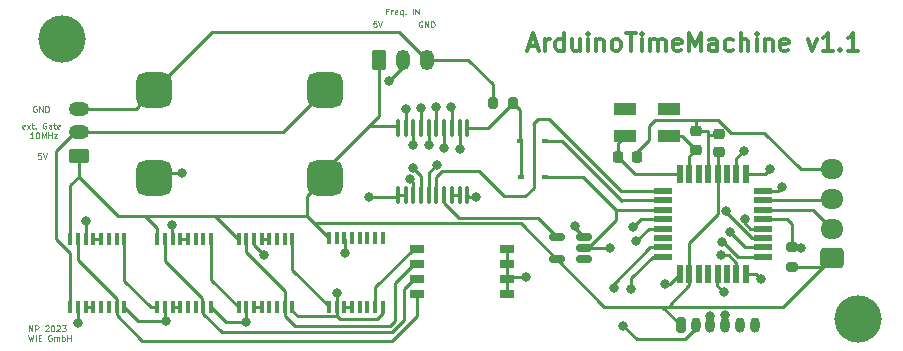
<source format=gbr>
%TF.GenerationSoftware,KiCad,Pcbnew,(6.0.7)*%
%TF.CreationDate,2023-02-24T15:08:57+01:00*%
%TF.ProjectId,freqcount,66726571-636f-4756-9e74-2e6b69636164,rev?*%
%TF.SameCoordinates,PX640f3c0PY67de938*%
%TF.FileFunction,Copper,L1,Top*%
%TF.FilePolarity,Positive*%
%FSLAX46Y46*%
G04 Gerber Fmt 4.6, Leading zero omitted, Abs format (unit mm)*
G04 Created by KiCad (PCBNEW (6.0.7)) date 2023-02-24 15:08:57*
%MOMM*%
%LPD*%
G01*
G04 APERTURE LIST*
G04 Aperture macros list*
%AMRoundRect*
0 Rectangle with rounded corners*
0 $1 Rounding radius*
0 $2 $3 $4 $5 $6 $7 $8 $9 X,Y pos of 4 corners*
0 Add a 4 corners polygon primitive as box body*
4,1,4,$2,$3,$4,$5,$6,$7,$8,$9,$2,$3,0*
0 Add four circle primitives for the rounded corners*
1,1,$1+$1,$2,$3*
1,1,$1+$1,$4,$5*
1,1,$1+$1,$6,$7*
1,1,$1+$1,$8,$9*
0 Add four rect primitives between the rounded corners*
20,1,$1+$1,$2,$3,$4,$5,0*
20,1,$1+$1,$4,$5,$6,$7,0*
20,1,$1+$1,$6,$7,$8,$9,0*
20,1,$1+$1,$8,$9,$2,$3,0*%
G04 Aperture macros list end*
%ADD10C,0.125000*%
%TA.AperFunction,NonConductor*%
%ADD11C,0.125000*%
%TD*%
%ADD12C,0.300000*%
%TA.AperFunction,NonConductor*%
%ADD13C,0.300000*%
%TD*%
%TA.AperFunction,ComponentPad*%
%ADD14RoundRect,0.250000X0.625000X-0.350000X0.625000X0.350000X-0.625000X0.350000X-0.625000X-0.350000X0*%
%TD*%
%TA.AperFunction,ComponentPad*%
%ADD15O,1.750000X1.200000*%
%TD*%
%TA.AperFunction,SMDPad,CuDef*%
%ADD16RoundRect,0.100000X0.100000X-0.637500X0.100000X0.637500X-0.100000X0.637500X-0.100000X-0.637500X0*%
%TD*%
%TA.AperFunction,SMDPad,CuDef*%
%ADD17RoundRect,0.200000X-0.275000X0.200000X-0.275000X-0.200000X0.275000X-0.200000X0.275000X0.200000X0*%
%TD*%
%TA.AperFunction,SMDPad,CuDef*%
%ADD18R,0.600000X0.450000*%
%TD*%
%TA.AperFunction,SMDPad,CuDef*%
%ADD19RoundRect,0.225000X0.250000X-0.225000X0.250000X0.225000X-0.250000X0.225000X-0.250000X-0.225000X0*%
%TD*%
%TA.AperFunction,SMDPad,CuDef*%
%ADD20RoundRect,0.200000X0.200000X0.275000X-0.200000X0.275000X-0.200000X-0.275000X0.200000X-0.275000X0*%
%TD*%
%TA.AperFunction,SMDPad,CuDef*%
%ADD21RoundRect,0.750000X-0.750000X-0.750000X0.750000X-0.750000X0.750000X0.750000X-0.750000X0.750000X0*%
%TD*%
%TA.AperFunction,SMDPad,CuDef*%
%ADD22RoundRect,0.225000X-0.225000X-0.250000X0.225000X-0.250000X0.225000X0.250000X-0.225000X0.250000X0*%
%TD*%
%TA.AperFunction,SMDPad,CuDef*%
%ADD23R,1.900000X1.100000*%
%TD*%
%TA.AperFunction,SMDPad,CuDef*%
%ADD24R,0.400000X1.000000*%
%TD*%
%TA.AperFunction,SMDPad,CuDef*%
%ADD25RoundRect,0.150000X0.512500X0.150000X-0.512500X0.150000X-0.512500X-0.150000X0.512500X-0.150000X0*%
%TD*%
%TA.AperFunction,ComponentPad*%
%ADD26RoundRect,0.250000X-0.350000X-0.625000X0.350000X-0.625000X0.350000X0.625000X-0.350000X0.625000X0*%
%TD*%
%TA.AperFunction,ComponentPad*%
%ADD27O,1.200000X1.750000*%
%TD*%
%TA.AperFunction,SMDPad,CuDef*%
%ADD28R,0.550000X1.600000*%
%TD*%
%TA.AperFunction,SMDPad,CuDef*%
%ADD29R,1.600000X0.550000*%
%TD*%
%TA.AperFunction,SMDPad,CuDef*%
%ADD30RoundRect,0.225000X-0.250000X0.225000X-0.250000X-0.225000X0.250000X-0.225000X0.250000X0.225000X0*%
%TD*%
%TA.AperFunction,ComponentPad*%
%ADD31RoundRect,0.250000X0.725000X-0.600000X0.725000X0.600000X-0.725000X0.600000X-0.725000X-0.600000X0*%
%TD*%
%TA.AperFunction,ComponentPad*%
%ADD32O,1.950000X1.700000*%
%TD*%
%TA.AperFunction,SMDPad,CuDef*%
%ADD33R,1.270000X0.760000*%
%TD*%
%TA.AperFunction,ComponentPad*%
%ADD34RoundRect,0.200000X-0.200000X-0.450000X0.200000X-0.450000X0.200000X0.450000X-0.200000X0.450000X0*%
%TD*%
%TA.AperFunction,ComponentPad*%
%ADD35O,0.800000X1.300000*%
%TD*%
%TA.AperFunction,ViaPad*%
%ADD36C,0.800000*%
%TD*%
%TA.AperFunction,ViaPad*%
%ADD37C,4.000000*%
%TD*%
%TA.AperFunction,Conductor*%
%ADD38C,0.250000*%
%TD*%
G04 APERTURE END LIST*
D10*
D11*
X1874761Y16698810D02*
X1636666Y16698810D01*
X1612857Y16460715D01*
X1636666Y16484524D01*
X1684285Y16508334D01*
X1803333Y16508334D01*
X1850952Y16484524D01*
X1874761Y16460715D01*
X1898571Y16413096D01*
X1898571Y16294048D01*
X1874761Y16246429D01*
X1850952Y16222620D01*
X1803333Y16198810D01*
X1684285Y16198810D01*
X1636666Y16222620D01*
X1612857Y16246429D01*
X2041428Y16698810D02*
X2208095Y16198810D01*
X2374761Y16698810D01*
D10*
D11*
X30284761Y27878810D02*
X30046666Y27878810D01*
X30022857Y27640715D01*
X30046666Y27664524D01*
X30094285Y27688334D01*
X30213333Y27688334D01*
X30260952Y27664524D01*
X30284761Y27640715D01*
X30308571Y27593096D01*
X30308571Y27474048D01*
X30284761Y27426429D01*
X30260952Y27402620D01*
X30213333Y27378810D01*
X30094285Y27378810D01*
X30046666Y27402620D01*
X30022857Y27426429D01*
X30451428Y27878810D02*
X30618095Y27378810D01*
X30784761Y27878810D01*
D10*
D11*
X870297Y1611310D02*
X870297Y2111310D01*
X1156011Y1611310D01*
X1156011Y2111310D01*
X1394107Y1611310D02*
X1394107Y2111310D01*
X1584583Y2111310D01*
X1632202Y2087500D01*
X1656011Y2063691D01*
X1679821Y2016072D01*
X1679821Y1944643D01*
X1656011Y1897024D01*
X1632202Y1873215D01*
X1584583Y1849405D01*
X1394107Y1849405D01*
X2251250Y2063691D02*
X2275059Y2087500D01*
X2322678Y2111310D01*
X2441726Y2111310D01*
X2489345Y2087500D01*
X2513154Y2063691D01*
X2536964Y2016072D01*
X2536964Y1968453D01*
X2513154Y1897024D01*
X2227440Y1611310D01*
X2536964Y1611310D01*
X2846488Y2111310D02*
X2894107Y2111310D01*
X2941726Y2087500D01*
X2965535Y2063691D01*
X2989345Y2016072D01*
X3013154Y1920834D01*
X3013154Y1801786D01*
X2989345Y1706548D01*
X2965535Y1658929D01*
X2941726Y1635120D01*
X2894107Y1611310D01*
X2846488Y1611310D01*
X2798869Y1635120D01*
X2775059Y1658929D01*
X2751250Y1706548D01*
X2727440Y1801786D01*
X2727440Y1920834D01*
X2751250Y2016072D01*
X2775059Y2063691D01*
X2798869Y2087500D01*
X2846488Y2111310D01*
X3203630Y2063691D02*
X3227440Y2087500D01*
X3275059Y2111310D01*
X3394107Y2111310D01*
X3441726Y2087500D01*
X3465535Y2063691D01*
X3489345Y2016072D01*
X3489345Y1968453D01*
X3465535Y1897024D01*
X3179821Y1611310D01*
X3489345Y1611310D01*
X3656011Y2111310D02*
X3965535Y2111310D01*
X3798869Y1920834D01*
X3870297Y1920834D01*
X3917916Y1897024D01*
X3941726Y1873215D01*
X3965535Y1825596D01*
X3965535Y1706548D01*
X3941726Y1658929D01*
X3917916Y1635120D01*
X3870297Y1611310D01*
X3727440Y1611310D01*
X3679821Y1635120D01*
X3656011Y1658929D01*
X822678Y1306310D02*
X941726Y806310D01*
X1036964Y1163453D01*
X1132202Y806310D01*
X1251250Y1306310D01*
X1441726Y806310D02*
X1441726Y1306310D01*
X1679821Y1068215D02*
X1846488Y1068215D01*
X1917916Y806310D02*
X1679821Y806310D01*
X1679821Y1306310D01*
X1917916Y1306310D01*
X2775059Y1282500D02*
X2727440Y1306310D01*
X2656011Y1306310D01*
X2584583Y1282500D01*
X2536964Y1234881D01*
X2513154Y1187262D01*
X2489345Y1092024D01*
X2489345Y1020596D01*
X2513154Y925358D01*
X2536964Y877739D01*
X2584583Y830120D01*
X2656011Y806310D01*
X2703630Y806310D01*
X2775059Y830120D01*
X2798869Y853929D01*
X2798869Y1020596D01*
X2703630Y1020596D01*
X3013154Y806310D02*
X3013154Y1139643D01*
X3013154Y1092024D02*
X3036964Y1115834D01*
X3084583Y1139643D01*
X3156011Y1139643D01*
X3203630Y1115834D01*
X3227440Y1068215D01*
X3227440Y806310D01*
X3227440Y1068215D02*
X3251250Y1115834D01*
X3298869Y1139643D01*
X3370297Y1139643D01*
X3417916Y1115834D01*
X3441726Y1068215D01*
X3441726Y806310D01*
X3679821Y806310D02*
X3679821Y1306310D01*
X3679821Y1115834D02*
X3727440Y1139643D01*
X3822678Y1139643D01*
X3870297Y1115834D01*
X3894107Y1092024D01*
X3917916Y1044405D01*
X3917916Y901548D01*
X3894107Y853929D01*
X3870297Y830120D01*
X3822678Y806310D01*
X3727440Y806310D01*
X3679821Y830120D01*
X4132202Y806310D02*
X4132202Y1306310D01*
X4132202Y1068215D02*
X4417916Y1068215D01*
X4417916Y806310D02*
X4417916Y1306310D01*
D10*
D11*
X516666Y18795120D02*
X469047Y18771310D01*
X373809Y18771310D01*
X326190Y18795120D01*
X302380Y18842739D01*
X302380Y19033215D01*
X326190Y19080834D01*
X373809Y19104643D01*
X469047Y19104643D01*
X516666Y19080834D01*
X540476Y19033215D01*
X540476Y18985596D01*
X302380Y18937977D01*
X707142Y18771310D02*
X969047Y19104643D01*
X707142Y19104643D02*
X969047Y18771310D01*
X1088095Y19104643D02*
X1278571Y19104643D01*
X1159523Y19271310D02*
X1159523Y18842739D01*
X1183333Y18795120D01*
X1230952Y18771310D01*
X1278571Y18771310D01*
X1445238Y18818929D02*
X1469047Y18795120D01*
X1445238Y18771310D01*
X1421428Y18795120D01*
X1445238Y18818929D01*
X1445238Y18771310D01*
X2326190Y19247500D02*
X2278571Y19271310D01*
X2207142Y19271310D01*
X2135714Y19247500D01*
X2088095Y19199881D01*
X2064285Y19152262D01*
X2040476Y19057024D01*
X2040476Y18985596D01*
X2064285Y18890358D01*
X2088095Y18842739D01*
X2135714Y18795120D01*
X2207142Y18771310D01*
X2254761Y18771310D01*
X2326190Y18795120D01*
X2350000Y18818929D01*
X2350000Y18985596D01*
X2254761Y18985596D01*
X2778571Y18771310D02*
X2778571Y19033215D01*
X2754761Y19080834D01*
X2707142Y19104643D01*
X2611904Y19104643D01*
X2564285Y19080834D01*
X2778571Y18795120D02*
X2730952Y18771310D01*
X2611904Y18771310D01*
X2564285Y18795120D01*
X2540476Y18842739D01*
X2540476Y18890358D01*
X2564285Y18937977D01*
X2611904Y18961786D01*
X2730952Y18961786D01*
X2778571Y18985596D01*
X2945238Y19104643D02*
X3135714Y19104643D01*
X3016666Y19271310D02*
X3016666Y18842739D01*
X3040476Y18795120D01*
X3088095Y18771310D01*
X3135714Y18771310D01*
X3492857Y18795120D02*
X3445238Y18771310D01*
X3350000Y18771310D01*
X3302380Y18795120D01*
X3278571Y18842739D01*
X3278571Y19033215D01*
X3302380Y19080834D01*
X3350000Y19104643D01*
X3445238Y19104643D01*
X3492857Y19080834D01*
X3516666Y19033215D01*
X3516666Y18985596D01*
X3278571Y18937977D01*
X1254761Y17966310D02*
X969047Y17966310D01*
X1111904Y17966310D02*
X1111904Y18466310D01*
X1064285Y18394881D01*
X1016666Y18347262D01*
X969047Y18323453D01*
X1564285Y18466310D02*
X1611904Y18466310D01*
X1659523Y18442500D01*
X1683333Y18418691D01*
X1707142Y18371072D01*
X1730952Y18275834D01*
X1730952Y18156786D01*
X1707142Y18061548D01*
X1683333Y18013929D01*
X1659523Y17990120D01*
X1611904Y17966310D01*
X1564285Y17966310D01*
X1516666Y17990120D01*
X1492857Y18013929D01*
X1469047Y18061548D01*
X1445238Y18156786D01*
X1445238Y18275834D01*
X1469047Y18371072D01*
X1492857Y18418691D01*
X1516666Y18442500D01*
X1564285Y18466310D01*
X1945238Y17966310D02*
X1945238Y18466310D01*
X2111904Y18109167D01*
X2278571Y18466310D01*
X2278571Y17966310D01*
X2516666Y17966310D02*
X2516666Y18466310D01*
X2516666Y18228215D02*
X2802380Y18228215D01*
X2802380Y17966310D02*
X2802380Y18466310D01*
X2992857Y18299643D02*
X3254761Y18299643D01*
X2992857Y17966310D01*
X3254761Y17966310D01*
D12*
D13*
X43201428Y25800000D02*
X43915714Y25800000D01*
X43058571Y25371429D02*
X43558571Y26871429D01*
X44058571Y25371429D01*
X44558571Y25371429D02*
X44558571Y26371429D01*
X44558571Y26085715D02*
X44630000Y26228572D01*
X44701428Y26300000D01*
X44844285Y26371429D01*
X44987142Y26371429D01*
X46130000Y25371429D02*
X46130000Y26871429D01*
X46130000Y25442858D02*
X45987142Y25371429D01*
X45701428Y25371429D01*
X45558571Y25442858D01*
X45487142Y25514286D01*
X45415714Y25657143D01*
X45415714Y26085715D01*
X45487142Y26228572D01*
X45558571Y26300000D01*
X45701428Y26371429D01*
X45987142Y26371429D01*
X46130000Y26300000D01*
X47487142Y26371429D02*
X47487142Y25371429D01*
X46844285Y26371429D02*
X46844285Y25585715D01*
X46915714Y25442858D01*
X47058571Y25371429D01*
X47272857Y25371429D01*
X47415714Y25442858D01*
X47487142Y25514286D01*
X48201428Y25371429D02*
X48201428Y26371429D01*
X48201428Y26871429D02*
X48130000Y26800000D01*
X48201428Y26728572D01*
X48272857Y26800000D01*
X48201428Y26871429D01*
X48201428Y26728572D01*
X48915714Y26371429D02*
X48915714Y25371429D01*
X48915714Y26228572D02*
X48987142Y26300000D01*
X49130000Y26371429D01*
X49344285Y26371429D01*
X49487142Y26300000D01*
X49558571Y26157143D01*
X49558571Y25371429D01*
X50487142Y25371429D02*
X50344285Y25442858D01*
X50272857Y25514286D01*
X50201428Y25657143D01*
X50201428Y26085715D01*
X50272857Y26228572D01*
X50344285Y26300000D01*
X50487142Y26371429D01*
X50701428Y26371429D01*
X50844285Y26300000D01*
X50915714Y26228572D01*
X50987142Y26085715D01*
X50987142Y25657143D01*
X50915714Y25514286D01*
X50844285Y25442858D01*
X50701428Y25371429D01*
X50487142Y25371429D01*
X51415714Y26871429D02*
X52272857Y26871429D01*
X51844285Y25371429D02*
X51844285Y26871429D01*
X52772857Y25371429D02*
X52772857Y26371429D01*
X52772857Y26871429D02*
X52701428Y26800000D01*
X52772857Y26728572D01*
X52844285Y26800000D01*
X52772857Y26871429D01*
X52772857Y26728572D01*
X53487142Y25371429D02*
X53487142Y26371429D01*
X53487142Y26228572D02*
X53558571Y26300000D01*
X53701428Y26371429D01*
X53915714Y26371429D01*
X54058571Y26300000D01*
X54130000Y26157143D01*
X54130000Y25371429D01*
X54130000Y26157143D02*
X54201428Y26300000D01*
X54344285Y26371429D01*
X54558571Y26371429D01*
X54701428Y26300000D01*
X54772857Y26157143D01*
X54772857Y25371429D01*
X56058571Y25442858D02*
X55915714Y25371429D01*
X55630000Y25371429D01*
X55487142Y25442858D01*
X55415714Y25585715D01*
X55415714Y26157143D01*
X55487142Y26300000D01*
X55630000Y26371429D01*
X55915714Y26371429D01*
X56058571Y26300000D01*
X56130000Y26157143D01*
X56130000Y26014286D01*
X55415714Y25871429D01*
X56772857Y25371429D02*
X56772857Y26871429D01*
X57272857Y25800000D01*
X57772857Y26871429D01*
X57772857Y25371429D01*
X59130000Y25371429D02*
X59130000Y26157143D01*
X59058571Y26300000D01*
X58915714Y26371429D01*
X58630000Y26371429D01*
X58487142Y26300000D01*
X59130000Y25442858D02*
X58987142Y25371429D01*
X58630000Y25371429D01*
X58487142Y25442858D01*
X58415714Y25585715D01*
X58415714Y25728572D01*
X58487142Y25871429D01*
X58630000Y25942858D01*
X58987142Y25942858D01*
X59130000Y26014286D01*
X60487142Y25442858D02*
X60344285Y25371429D01*
X60058571Y25371429D01*
X59915714Y25442858D01*
X59844285Y25514286D01*
X59772857Y25657143D01*
X59772857Y26085715D01*
X59844285Y26228572D01*
X59915714Y26300000D01*
X60058571Y26371429D01*
X60344285Y26371429D01*
X60487142Y26300000D01*
X61130000Y25371429D02*
X61130000Y26871429D01*
X61772857Y25371429D02*
X61772857Y26157143D01*
X61701428Y26300000D01*
X61558571Y26371429D01*
X61344285Y26371429D01*
X61201428Y26300000D01*
X61130000Y26228572D01*
X62487142Y25371429D02*
X62487142Y26371429D01*
X62487142Y26871429D02*
X62415714Y26800000D01*
X62487142Y26728572D01*
X62558571Y26800000D01*
X62487142Y26871429D01*
X62487142Y26728572D01*
X63201428Y26371429D02*
X63201428Y25371429D01*
X63201428Y26228572D02*
X63272857Y26300000D01*
X63415714Y26371429D01*
X63630000Y26371429D01*
X63772857Y26300000D01*
X63844285Y26157143D01*
X63844285Y25371429D01*
X65130000Y25442858D02*
X64987142Y25371429D01*
X64701428Y25371429D01*
X64558571Y25442858D01*
X64487142Y25585715D01*
X64487142Y26157143D01*
X64558571Y26300000D01*
X64701428Y26371429D01*
X64987142Y26371429D01*
X65130000Y26300000D01*
X65201428Y26157143D01*
X65201428Y26014286D01*
X64487142Y25871429D01*
X66844285Y26371429D02*
X67201428Y25371429D01*
X67558571Y26371429D01*
X68915714Y25371429D02*
X68058571Y25371429D01*
X68487142Y25371429D02*
X68487142Y26871429D01*
X68344285Y26657143D01*
X68201428Y26514286D01*
X68058571Y26442858D01*
X69558571Y25514286D02*
X69630000Y25442858D01*
X69558571Y25371429D01*
X69487142Y25442858D01*
X69558571Y25514286D01*
X69558571Y25371429D01*
X71058571Y25371429D02*
X70201428Y25371429D01*
X70630000Y25371429D02*
X70630000Y26871429D01*
X70487142Y26657143D01*
X70344285Y26514286D01*
X70201428Y26442858D01*
D10*
D11*
X34159047Y27845000D02*
X34111428Y27868810D01*
X34040000Y27868810D01*
X33968571Y27845000D01*
X33920952Y27797381D01*
X33897142Y27749762D01*
X33873333Y27654524D01*
X33873333Y27583096D01*
X33897142Y27487858D01*
X33920952Y27440239D01*
X33968571Y27392620D01*
X34040000Y27368810D01*
X34087619Y27368810D01*
X34159047Y27392620D01*
X34182857Y27416429D01*
X34182857Y27583096D01*
X34087619Y27583096D01*
X34397142Y27368810D02*
X34397142Y27868810D01*
X34682857Y27368810D01*
X34682857Y27868810D01*
X34920952Y27368810D02*
X34920952Y27868810D01*
X35040000Y27868810D01*
X35111428Y27845000D01*
X35159047Y27797381D01*
X35182857Y27749762D01*
X35206666Y27654524D01*
X35206666Y27583096D01*
X35182857Y27487858D01*
X35159047Y27440239D01*
X35111428Y27392620D01*
X35040000Y27368810D01*
X34920952Y27368810D01*
D10*
D11*
X31285714Y28710715D02*
X31119047Y28710715D01*
X31119047Y28448810D02*
X31119047Y28948810D01*
X31357142Y28948810D01*
X31547619Y28448810D02*
X31547619Y28782143D01*
X31547619Y28686905D02*
X31571428Y28734524D01*
X31595238Y28758334D01*
X31642857Y28782143D01*
X31690476Y28782143D01*
X32047619Y28472620D02*
X32000000Y28448810D01*
X31904761Y28448810D01*
X31857142Y28472620D01*
X31833333Y28520239D01*
X31833333Y28710715D01*
X31857142Y28758334D01*
X31904761Y28782143D01*
X32000000Y28782143D01*
X32047619Y28758334D01*
X32071428Y28710715D01*
X32071428Y28663096D01*
X31833333Y28615477D01*
X32500000Y28782143D02*
X32500000Y28282143D01*
X32500000Y28472620D02*
X32452380Y28448810D01*
X32357142Y28448810D01*
X32309523Y28472620D01*
X32285714Y28496429D01*
X32261904Y28544048D01*
X32261904Y28686905D01*
X32285714Y28734524D01*
X32309523Y28758334D01*
X32357142Y28782143D01*
X32452380Y28782143D01*
X32500000Y28758334D01*
X32738095Y28496429D02*
X32761904Y28472620D01*
X32738095Y28448810D01*
X32714285Y28472620D01*
X32738095Y28496429D01*
X32738095Y28448810D01*
X33357142Y28448810D02*
X33357142Y28948810D01*
X33595238Y28448810D02*
X33595238Y28948810D01*
X33880952Y28448810D01*
X33880952Y28948810D01*
D10*
D11*
X1509047Y20665000D02*
X1461428Y20688810D01*
X1390000Y20688810D01*
X1318571Y20665000D01*
X1270952Y20617381D01*
X1247142Y20569762D01*
X1223333Y20474524D01*
X1223333Y20403096D01*
X1247142Y20307858D01*
X1270952Y20260239D01*
X1318571Y20212620D01*
X1390000Y20188810D01*
X1437619Y20188810D01*
X1509047Y20212620D01*
X1532857Y20236429D01*
X1532857Y20403096D01*
X1437619Y20403096D01*
X1747142Y20188810D02*
X1747142Y20688810D01*
X2032857Y20188810D01*
X2032857Y20688810D01*
X2270952Y20188810D02*
X2270952Y20688810D01*
X2390000Y20688810D01*
X2461428Y20665000D01*
X2509047Y20617381D01*
X2532857Y20569762D01*
X2556666Y20474524D01*
X2556666Y20403096D01*
X2532857Y20307858D01*
X2509047Y20260239D01*
X2461428Y20212620D01*
X2390000Y20188810D01*
X2270952Y20188810D01*
D14*
%TO.P,J1,1,Pin_1*%
%TO.N,+5V*%
X5070000Y16480000D03*
D15*
%TO.P,J1,2,Pin_2*%
%TO.N,Net-(J1-Pad2)*%
X5070000Y18480000D03*
%TO.P,J1,3,Pin_3*%
%TO.N,GND*%
X5070000Y20480000D03*
%TD*%
D16*
%TO.P,U6,1,CKLA*%
%TO.N,Net-(J2-Pad2)*%
X32125000Y13127500D03*
%TO.P,U6,2,CLKB*%
X32775000Y13127500D03*
%TO.P,U6,3,~{GAL}*%
%TO.N,GAL*%
X33425000Y13127500D03*
%TO.P,U6,4,~{GAU}*%
%TO.N,GAU*%
X34075000Y13127500D03*
%TO.P,U6,5,~{GBL}*%
%TO.N,GBL*%
X34725000Y13127500D03*
%TO.P,U6,6,~{GBU}*%
%TO.N,GBU*%
X35375000Y13127500D03*
%TO.P,U6,7,RCLK*%
%TO.N,Net-(U6-Pad7)*%
X36025000Y13127500D03*
%TO.P,U6,8,~{RCOA}*%
%TO.N,Net-(U6-Pad8)*%
X36675000Y13127500D03*
%TO.P,U6,9,~{CLKBEN}*%
X37325000Y13127500D03*
%TO.P,U6,10,GND*%
%TO.N,GND*%
X37975000Y13127500D03*
%TO.P,U6,11,~{CCLR}*%
%TO.N,Net-(D1-Pad1)*%
X37975000Y18852500D03*
%TO.P,U6,12,Y7*%
%TO.N,Net-(U5-Pad13)*%
X37325000Y18852500D03*
%TO.P,U6,13,Y6*%
%TO.N,Net-(U5-Pad12)*%
X36675000Y18852500D03*
%TO.P,U6,14,Y5*%
%TO.N,Net-(U5-Pad28)*%
X36025000Y18852500D03*
%TO.P,U6,15,Y4*%
%TO.N,Net-(U5-Pad27)*%
X35375000Y18852500D03*
%TO.P,U6,16,Y3*%
%TO.N,Net-(U5-Pad26)*%
X34725000Y18852500D03*
%TO.P,U6,17,Y2*%
%TO.N,Net-(U5-Pad25)*%
X34075000Y18852500D03*
%TO.P,U6,18,Y1*%
%TO.N,Net-(U5-Pad24)*%
X33425000Y18852500D03*
%TO.P,U6,19,Y0*%
%TO.N,Net-(U5-Pad23)*%
X32775000Y18852500D03*
%TO.P,U6,20,VCC*%
%TO.N,+5V*%
X32125000Y18852500D03*
%TD*%
D17*
%TO.P,R2,1*%
%TO.N,/Reset*%
X65460000Y8740000D03*
%TO.P,R2,2*%
%TO.N,+5V*%
X65460000Y7090000D03*
%TD*%
D18*
%TO.P,D1,1,K*%
%TO.N,Net-(D1-Pad1)*%
X42490000Y14690000D03*
%TO.P,D1,2,A*%
%TO.N,Net-(D1-Pad2)*%
X44590000Y14690000D03*
%TD*%
%TO.P,D2,1,K*%
%TO.N,Net-(D1-Pad1)*%
X42440000Y17760000D03*
%TO.P,D2,2,A*%
%TO.N,Net-(D2-Pad2)*%
X44540000Y17760000D03*
%TD*%
D19*
%TO.P,C2,1*%
%TO.N,Net-(C2-Pad1)*%
X57310000Y16995000D03*
%TO.P,C2,2*%
%TO.N,GND*%
X57310000Y18545000D03*
%TD*%
D20*
%TO.P,R1,1*%
%TO.N,Net-(D1-Pad1)*%
X41830000Y20930000D03*
%TO.P,R1,2*%
%TO.N,GND*%
X40180000Y20930000D03*
%TD*%
D21*
%TO.P,QA1,1,GND*%
%TO.N,GND*%
X11470000Y22050000D03*
%TO.P,QA1,2,GND*%
X11470000Y14620000D03*
%TO.P,QA1,3,Out*%
%TO.N,Net-(J1-Pad2)*%
X25910000Y22050000D03*
%TO.P,QA1,4,VCC*%
%TO.N,+5V*%
X25910000Y14620000D03*
%TD*%
D22*
%TO.P,C1,1*%
%TO.N,Net-(C1-Pad1)*%
X50760000Y16385000D03*
%TO.P,C1,2*%
%TO.N,GND*%
X52310000Y16385000D03*
%TD*%
D23*
%TO.P,Y1,1,1*%
%TO.N,Net-(C1-Pad1)*%
X51340000Y18170000D03*
%TO.P,Y1,2,2*%
%TO.N,Net-(C2-Pad1)*%
X55040000Y18170000D03*
%TO.P,Y1,3*%
%TO.N,N/C*%
X55040000Y20470000D03*
%TO.P,Y1,4*%
X51340000Y20470000D03*
%TD*%
D24*
%TO.P,U2,1,~{CP0}*%
%TO.N,Net-(U1-Pad9)*%
X11735000Y3650000D03*
%TO.P,U2,2,MR*%
%TO.N,GND*%
X12385000Y3650000D03*
%TO.P,U2,3,Q0*%
%TO.N,Net-(U2-Pad3)*%
X13035000Y3650000D03*
%TO.P,U2,4,~{CP1}*%
X13685000Y3650000D03*
%TO.P,U2,5,Q1*%
%TO.N,unconnected-(U2-Pad5)*%
X14335000Y3650000D03*
%TO.P,U2,6,Q2*%
%TO.N,unconnected-(U2-Pad6)*%
X14985000Y3650000D03*
%TO.P,U2,7,Q3*%
%TO.N,Net-(SW1-Pad3)*%
X15635000Y3650000D03*
%TO.P,U2,8,GND*%
%TO.N,GND*%
X16285000Y3650000D03*
%TO.P,U2,9,Q3*%
%TO.N,Net-(U2-Pad9)*%
X16285000Y9450000D03*
%TO.P,U2,10,Q2*%
%TO.N,unconnected-(U2-Pad10)*%
X15635000Y9450000D03*
%TO.P,U2,11,Q1*%
%TO.N,unconnected-(U2-Pad11)*%
X14985000Y9450000D03*
%TO.P,U2,12,~{CP1}*%
%TO.N,Net-(U2-Pad12)*%
X14335000Y9450000D03*
%TO.P,U2,13,Q0*%
X13685000Y9450000D03*
%TO.P,U2,14,MR*%
%TO.N,GND*%
X13035000Y9450000D03*
%TO.P,U2,15,~{CP0}*%
%TO.N,Net-(SW1-Pad3)*%
X12385000Y9450000D03*
%TO.P,U2,16,VCC*%
%TO.N,+5V*%
X11735000Y9450000D03*
%TD*%
D25*
%TO.P,U7,1*%
%TO.N,N/C*%
X47827500Y7720000D03*
%TO.P,U7,2*%
%TO.N,Net-(D1-Pad2)*%
X47827500Y8670000D03*
%TO.P,U7,3,GND*%
%TO.N,GND*%
X47827500Y9620000D03*
%TO.P,U7,4*%
%TO.N,Net-(U6-Pad7)*%
X45552500Y9620000D03*
%TO.P,U7,5,VCC*%
%TO.N,+5V*%
X45552500Y7720000D03*
%TD*%
D24*
%TO.P,U1,1,~{CP0}*%
%TO.N,Net-(J1-Pad2)*%
X4385000Y3670000D03*
%TO.P,U1,2,MR*%
%TO.N,GND*%
X5035000Y3670000D03*
%TO.P,U1,3,Q0*%
%TO.N,Net-(U1-Pad3)*%
X5685000Y3670000D03*
%TO.P,U1,4,~{CP1}*%
X6335000Y3670000D03*
%TO.P,U1,5,Q1*%
%TO.N,unconnected-(U1-Pad5)*%
X6985000Y3670000D03*
%TO.P,U1,6,Q2*%
%TO.N,unconnected-(U1-Pad6)*%
X7635000Y3670000D03*
%TO.P,U1,7,Q3*%
%TO.N,Net-(SW1-Pad4)*%
X8285000Y3670000D03*
%TO.P,U1,8,GND*%
%TO.N,GND*%
X8935000Y3670000D03*
%TO.P,U1,9,Q3*%
%TO.N,Net-(U1-Pad9)*%
X8935000Y9470000D03*
%TO.P,U1,10,Q2*%
%TO.N,unconnected-(U1-Pad10)*%
X8285000Y9470000D03*
%TO.P,U1,11,Q1*%
%TO.N,unconnected-(U1-Pad11)*%
X7635000Y9470000D03*
%TO.P,U1,12,~{CP1}*%
%TO.N,Net-(U1-Pad12)*%
X6985000Y9470000D03*
%TO.P,U1,13,Q0*%
X6335000Y9470000D03*
%TO.P,U1,14,MR*%
%TO.N,GND*%
X5685000Y9470000D03*
%TO.P,U1,15,~{CP0}*%
%TO.N,Net-(SW1-Pad4)*%
X5035000Y9470000D03*
%TO.P,U1,16,VCC*%
%TO.N,+5V*%
X4385000Y9470000D03*
%TD*%
D26*
%TO.P,J2,1,Pin_1*%
%TO.N,+5V*%
X30540000Y24630000D03*
D27*
%TO.P,J2,2,Pin_2*%
%TO.N,Net-(J2-Pad2)*%
X32540000Y24630000D03*
%TO.P,J2,3,Pin_3*%
%TO.N,GND*%
X34540000Y24630000D03*
%TD*%
D28*
%TO.P,U5,1,PD3*%
%TO.N,GAU*%
X61570000Y14970000D03*
%TO.P,U5,2,PD4*%
%TO.N,GBL*%
X60770000Y14970000D03*
%TO.P,U5,3,PE0*%
%TO.N,unconnected-(U5-Pad3)*%
X59970000Y14970000D03*
%TO.P,U5,4,VCC*%
%TO.N,+5V*%
X59170000Y14970000D03*
%TO.P,U5,5,GND*%
%TO.N,GND*%
X58370000Y14970000D03*
%TO.P,U5,6,PE1*%
%TO.N,unconnected-(U5-Pad6)*%
X57570000Y14970000D03*
%TO.P,U5,7,XTAL1/PB6*%
%TO.N,Net-(C2-Pad1)*%
X56770000Y14970000D03*
%TO.P,U5,8,XTAL2/PB7*%
%TO.N,Net-(C1-Pad1)*%
X55970000Y14970000D03*
D29*
%TO.P,U5,9,PD5*%
%TO.N,GBU*%
X54520000Y13520000D03*
%TO.P,U5,10,PD6*%
%TO.N,Net-(D2-Pad2)*%
X54520000Y12720000D03*
%TO.P,U5,11,PD7*%
%TO.N,Net-(D1-Pad2)*%
X54520000Y11920000D03*
%TO.P,U5,12,PB0*%
%TO.N,Net-(U5-Pad12)*%
X54520000Y11120000D03*
%TO.P,U5,13,PB1*%
%TO.N,Net-(U5-Pad13)*%
X54520000Y10320000D03*
%TO.P,U5,14,PB2*%
%TO.N,unconnected-(U5-Pad14)*%
X54520000Y9520000D03*
%TO.P,U5,15,PB3*%
%TO.N,Net-(J4-Pad2)*%
X54520000Y8720000D03*
%TO.P,U5,16,PB4*%
%TO.N,Net-(J4-Pad4)*%
X54520000Y7920000D03*
D28*
%TO.P,U5,17,PB5*%
%TO.N,Net-(J4-Pad5)*%
X55970000Y6470000D03*
%TO.P,U5,18,AVCC*%
%TO.N,+5V*%
X56770000Y6470000D03*
%TO.P,U5,19,PE2*%
%TO.N,unconnected-(U5-Pad19)*%
X57570000Y6470000D03*
%TO.P,U5,20,AREF*%
%TO.N,unconnected-(U5-Pad20)*%
X58370000Y6470000D03*
%TO.P,U5,21,GND*%
%TO.N,GND*%
X59170000Y6470000D03*
%TO.P,U5,22,PE3*%
%TO.N,unconnected-(U5-Pad22)*%
X59970000Y6470000D03*
%TO.P,U5,23,PC0*%
%TO.N,Net-(U5-Pad23)*%
X60770000Y6470000D03*
%TO.P,U5,24,PC1*%
%TO.N,Net-(U5-Pad24)*%
X61570000Y6470000D03*
D29*
%TO.P,U5,25,PC2*%
%TO.N,Net-(U5-Pad25)*%
X63020000Y7920000D03*
%TO.P,U5,26,PC3*%
%TO.N,Net-(U5-Pad26)*%
X63020000Y8720000D03*
%TO.P,U5,27,PC4*%
%TO.N,Net-(U5-Pad27)*%
X63020000Y9520000D03*
%TO.P,U5,28,PC5*%
%TO.N,Net-(U5-Pad28)*%
X63020000Y10320000D03*
%TO.P,U5,29,~{RESET}/PC6*%
%TO.N,/Reset*%
X63020000Y11120000D03*
%TO.P,U5,30,PD0*%
%TO.N,Net-(J3-Pad2)*%
X63020000Y11920000D03*
%TO.P,U5,31,PD1*%
%TO.N,Net-(J3-Pad3)*%
X63020000Y12720000D03*
%TO.P,U5,32,PD2*%
%TO.N,GAL*%
X63020000Y13520000D03*
%TD*%
D24*
%TO.P,U3,1,~{CP0}*%
%TO.N,Net-(U2-Pad9)*%
X18615000Y3660000D03*
%TO.P,U3,2,MR*%
%TO.N,GND*%
X19265000Y3660000D03*
%TO.P,U3,3,Q0*%
%TO.N,Net-(U3-Pad3)*%
X19915000Y3660000D03*
%TO.P,U3,4,~{CP1}*%
X20565000Y3660000D03*
%TO.P,U3,5,Q1*%
%TO.N,unconnected-(U3-Pad5)*%
X21215000Y3660000D03*
%TO.P,U3,6,Q2*%
%TO.N,unconnected-(U3-Pad6)*%
X21865000Y3660000D03*
%TO.P,U3,7,Q3*%
%TO.N,Net-(SW1-Pad2)*%
X22515000Y3660000D03*
%TO.P,U3,8,GND*%
%TO.N,GND*%
X23165000Y3660000D03*
%TO.P,U3,9,Q3*%
%TO.N,Net-(U3-Pad9)*%
X23165000Y9460000D03*
%TO.P,U3,10,Q2*%
%TO.N,unconnected-(U3-Pad10)*%
X22515000Y9460000D03*
%TO.P,U3,11,Q1*%
%TO.N,unconnected-(U3-Pad11)*%
X21865000Y9460000D03*
%TO.P,U3,12,~{CP1}*%
%TO.N,Net-(U3-Pad12)*%
X21215000Y9460000D03*
%TO.P,U3,13,Q0*%
X20565000Y9460000D03*
%TO.P,U3,14,MR*%
%TO.N,GND*%
X19915000Y9460000D03*
%TO.P,U3,15,~{CP0}*%
%TO.N,Net-(SW1-Pad2)*%
X19265000Y9460000D03*
%TO.P,U3,16,VCC*%
%TO.N,+5V*%
X18615000Y9460000D03*
%TD*%
D30*
%TO.P,C3,1*%
%TO.N,GND*%
X59320000Y18355000D03*
%TO.P,C3,2*%
%TO.N,+5V*%
X59320000Y16805000D03*
%TD*%
D31*
%TO.P,J3,1,Pin_1*%
%TO.N,+5V*%
X68840000Y7820000D03*
D32*
%TO.P,J3,2,Pin_2*%
%TO.N,Net-(J3-Pad2)*%
X68840000Y10320000D03*
%TO.P,J3,3,Pin_3*%
%TO.N,Net-(J3-Pad3)*%
X68840000Y12820000D03*
%TO.P,J3,4,Pin_4*%
%TO.N,GND*%
X68840000Y15320000D03*
%TD*%
D24*
%TO.P,U4,1,~{CP0}*%
%TO.N,Net-(U3-Pad9)*%
X26275000Y3700000D03*
%TO.P,U4,2,MR*%
%TO.N,GND*%
X26925000Y3700000D03*
%TO.P,U4,3,Q0*%
%TO.N,Net-(U4-Pad3)*%
X27575000Y3700000D03*
%TO.P,U4,4,~{CP1}*%
X28225000Y3700000D03*
%TO.P,U4,5,Q1*%
%TO.N,unconnected-(U4-Pad5)*%
X28875000Y3700000D03*
%TO.P,U4,6,Q2*%
%TO.N,unconnected-(U4-Pad6)*%
X29525000Y3700000D03*
%TO.P,U4,7,Q3*%
%TO.N,Net-(SW1-Pad1)*%
X30175000Y3700000D03*
%TO.P,U4,8,GND*%
%TO.N,GND*%
X30825000Y3700000D03*
%TO.P,U4,9,Q3*%
%TO.N,unconnected-(U4-Pad9)*%
X30825000Y9500000D03*
%TO.P,U4,10,Q2*%
%TO.N,unconnected-(U4-Pad10)*%
X30175000Y9500000D03*
%TO.P,U4,11,Q1*%
%TO.N,unconnected-(U4-Pad11)*%
X29525000Y9500000D03*
%TO.P,U4,12,~{CP1}*%
%TO.N,unconnected-(U4-Pad12)*%
X28875000Y9500000D03*
%TO.P,U4,13,Q0*%
%TO.N,unconnected-(U4-Pad13)*%
X28225000Y9500000D03*
%TO.P,U4,14,MR*%
%TO.N,GND*%
X27575000Y9500000D03*
%TO.P,U4,15,~{CP0}*%
%TO.N,unconnected-(U4-Pad15)*%
X26925000Y9500000D03*
%TO.P,U4,16,VCC*%
%TO.N,+5V*%
X26275000Y9500000D03*
%TD*%
D33*
%TO.P,SW1,1*%
%TO.N,Net-(SW1-Pad1)*%
X33690000Y8605000D03*
%TO.P,SW1,2*%
%TO.N,Net-(SW1-Pad2)*%
X33690000Y7335000D03*
%TO.P,SW1,3*%
%TO.N,Net-(SW1-Pad3)*%
X33690000Y6065000D03*
%TO.P,SW1,4*%
%TO.N,Net-(SW1-Pad4)*%
X33690000Y4795000D03*
%TO.P,SW1,5*%
%TO.N,Net-(D1-Pad2)*%
X41310000Y4795000D03*
%TO.P,SW1,6*%
X41310000Y6065000D03*
%TO.P,SW1,7*%
X41310000Y7335000D03*
%TO.P,SW1,8*%
X41310000Y8605000D03*
%TD*%
D34*
%TO.P,J4,1,Pin_1*%
%TO.N,+5V*%
X56060000Y2145000D03*
D35*
%TO.P,J4,2,Pin_2*%
%TO.N,Net-(J4-Pad2)*%
X57310000Y2145000D03*
%TO.P,J4,3,Pin_3*%
%TO.N,GND*%
X58560000Y2145000D03*
%TO.P,J4,4,Pin_4*%
%TO.N,Net-(J4-Pad4)*%
X59810000Y2145000D03*
%TO.P,J4,5,Pin_5*%
%TO.N,Net-(J4-Pad5)*%
X61060000Y2145000D03*
%TO.P,J4,6,Pin_6*%
%TO.N,/Reset*%
X62310000Y2145000D03*
%TD*%
D36*
%TO.N,Net-(D1-Pad2)*%
X42970000Y6200000D03*
X50090000Y8700000D03*
%TO.N,/Reset*%
X66270000Y8705000D03*
%TO.N,GND*%
X12480000Y2510000D03*
X19280000Y2420000D03*
X13790000Y15050000D03*
X13000000Y10610000D03*
X26950000Y4860000D03*
X20750000Y8080000D03*
X59700000Y4915000D03*
X4990000Y2340000D03*
D37*
X3710000Y26390000D03*
D36*
X5710000Y10920000D03*
X58500000Y2935000D03*
D37*
X71060000Y2660000D03*
D36*
X27600000Y8290000D03*
X38760000Y12970000D03*
X47120000Y10510000D03*
%TO.N,Net-(J2-Pad2)*%
X31350000Y22790000D03*
X29660000Y12990000D03*
%TO.N,GAU*%
X63590000Y15360000D03*
X33354282Y15458404D03*
%TO.N,GBL*%
X35385451Y15739951D03*
X61410000Y16890000D03*
%TO.N,Net-(U5-Pad12)*%
X52000000Y10460000D03*
X36640000Y20580000D03*
%TO.N,Net-(U5-Pad13)*%
X52260000Y9230000D03*
X37330000Y17080000D03*
%TO.N,Net-(U5-Pad23)*%
X59450000Y8040000D03*
X32760000Y20420000D03*
%TO.N,Net-(U5-Pad24)*%
X33410000Y17410000D03*
X62830000Y6040000D03*
%TO.N,Net-(U5-Pad25)*%
X59520000Y9210000D03*
X34070000Y20510000D03*
%TO.N,Net-(U5-Pad26)*%
X34740000Y17410000D03*
X60220000Y10030000D03*
%TO.N,Net-(U5-Pad27)*%
X35350000Y20630000D03*
X59894500Y11840000D03*
%TO.N,Net-(U5-Pad28)*%
X36030000Y17160000D03*
X61484101Y11154101D03*
%TO.N,GAL*%
X33150000Y14480000D03*
X64595000Y13825000D03*
%TO.N,Net-(J4-Pad2)*%
X50380000Y5315000D03*
X51190000Y2085000D03*
%TO.N,Net-(J4-Pad4)*%
X59770000Y2985500D03*
X51860000Y5185000D03*
%TO.N,Net-(J4-Pad5)*%
X54680000Y5605000D03*
%TD*%
D38*
%TO.N,Net-(D1-Pad2)*%
X41310000Y8605000D02*
X41310000Y5785000D01*
X50060000Y8670000D02*
X50090000Y8700000D01*
X50580000Y11038249D02*
X50580000Y11920000D01*
X50580000Y11920000D02*
X54520000Y11920000D01*
X41310000Y4795000D02*
X41310000Y8605000D01*
X44590000Y14690000D02*
X47810000Y14690000D01*
X47810000Y14690000D02*
X50580000Y11920000D01*
X48211751Y8670000D02*
X50580000Y11038249D01*
X47827500Y8670000D02*
X48211751Y8670000D01*
X47827500Y8670000D02*
X50060000Y8670000D01*
X41445000Y6200000D02*
X41310000Y6065000D01*
X42970000Y6200000D02*
X41445000Y6200000D01*
%TO.N,/Reset*%
X65460000Y10680000D02*
X65460000Y8740000D01*
X65460000Y8740000D02*
X66235000Y8740000D01*
X65020000Y11120000D02*
X65460000Y10680000D01*
X63020000Y11120000D02*
X65020000Y11120000D01*
X66235000Y8740000D02*
X66270000Y8705000D01*
%TO.N,Net-(D1-Pad1)*%
X42490000Y14690000D02*
X42490000Y17710000D01*
X39752500Y18852500D02*
X41830000Y20930000D01*
X42440000Y20320000D02*
X41830000Y20930000D01*
X42490000Y17710000D02*
X42440000Y17760000D01*
X37975000Y18852500D02*
X39752500Y18852500D01*
X42440000Y17760000D02*
X42440000Y20320000D01*
%TO.N,Net-(D2-Pad2)*%
X44490000Y17760000D02*
X45960000Y17760000D01*
X51050000Y12670000D02*
X51100000Y12720000D01*
X51100000Y12720000D02*
X54520000Y12720000D01*
X45960000Y17760000D02*
X51050000Y12670000D01*
%TO.N,+5V*%
X4385000Y9470000D02*
X4385000Y14035000D01*
X56770000Y5545000D02*
X55110000Y3885000D01*
X64730000Y3710000D02*
X55110000Y3710000D01*
X16560000Y11350000D02*
X16600000Y11390000D01*
X18530000Y9460000D02*
X16600000Y11390000D01*
X10710000Y11350000D02*
X16560000Y11350000D01*
X59170000Y16520000D02*
X59330000Y16680000D01*
X33730000Y10770000D02*
X24990000Y10770000D01*
X16600000Y11390000D02*
X24370000Y11390000D01*
X25005000Y10770000D02*
X26275000Y9500000D01*
X29335000Y18635000D02*
X29680000Y18980000D01*
X30540000Y24630000D02*
X30540000Y19840000D01*
X5070000Y14720000D02*
X8440000Y11350000D01*
X26400000Y15700000D02*
X29335000Y18635000D01*
X30540000Y19840000D02*
X29335000Y18635000D01*
X53375000Y3710000D02*
X49560000Y3710000D01*
X11735000Y10325000D02*
X10710000Y11350000D01*
X5070000Y16480000D02*
X5070000Y14720000D01*
X55110000Y3885000D02*
X55110000Y3710000D01*
X4385000Y14035000D02*
X5070000Y14720000D01*
X18615000Y9460000D02*
X18530000Y9460000D01*
X68840000Y7820000D02*
X64730000Y3710000D01*
X24990000Y10770000D02*
X25005000Y10770000D01*
X59170000Y14970000D02*
X59170000Y16520000D01*
X24370000Y11390000D02*
X24410000Y11350000D01*
X49560000Y3710000D02*
X49560000Y3712500D01*
X29680000Y18980000D02*
X31997500Y18980000D01*
X42502500Y10770000D02*
X33730000Y10770000D01*
X45595000Y7677500D02*
X42502500Y10770000D01*
X54495000Y3710000D02*
X53375000Y3710000D01*
X31997500Y18980000D02*
X32125000Y18852500D01*
X11735000Y9450000D02*
X11735000Y10325000D01*
X56060000Y2145000D02*
X54495000Y3710000D01*
X68110000Y7090000D02*
X68840000Y7820000D01*
X56770000Y6470000D02*
X56770000Y5545000D01*
X55110000Y3710000D02*
X53375000Y3710000D01*
X56770000Y9120000D02*
X56770000Y6470000D01*
X59170000Y14970000D02*
X59170000Y11520000D01*
X24370000Y13080000D02*
X25910000Y14620000D01*
X24990000Y10770000D02*
X24410000Y11350000D01*
X65460000Y7090000D02*
X68110000Y7090000D01*
X8440000Y11350000D02*
X10710000Y11350000D01*
X49560000Y3712500D02*
X45552500Y7720000D01*
X59170000Y11520000D02*
X56770000Y9120000D01*
X24370000Y11390000D02*
X24370000Y13080000D01*
%TO.N,Net-(J1-Pad2)*%
X3180000Y9465000D02*
X3180000Y16925000D01*
X3180000Y16925000D02*
X4735000Y18480000D01*
X4385000Y8260000D02*
X3180000Y9465000D01*
X5070000Y18480000D02*
X22340000Y18480000D01*
X22340000Y18480000D02*
X25910000Y22050000D01*
X4735000Y18480000D02*
X5070000Y18480000D01*
X4385000Y3670000D02*
X4385000Y8260000D01*
%TO.N,GND*%
X23165000Y3660000D02*
X23165000Y3360000D01*
X38132500Y12970000D02*
X37975000Y13127500D01*
X59120000Y6420000D02*
X59170000Y6470000D01*
X66240000Y15320000D02*
X68840000Y15320000D01*
X58370000Y14970000D02*
X58370000Y18265000D01*
X53860000Y19515000D02*
X57360000Y19515000D01*
X9900000Y20480000D02*
X11470000Y22050000D01*
X23650000Y2875000D02*
X26850000Y2875000D01*
X12385000Y3650000D02*
X12385000Y2605000D01*
X34540000Y24630000D02*
X38080000Y24630000D01*
X27600000Y9475000D02*
X27575000Y9500000D01*
X58405000Y18230000D02*
X58370000Y18265000D01*
X8935000Y3670000D02*
X10095000Y2510000D01*
X30310000Y2640000D02*
X30830000Y3160000D01*
X27235000Y2640000D02*
X30310000Y2640000D01*
X5070000Y20480000D02*
X9900000Y20480000D01*
X26925000Y3700000D02*
X26925000Y2950000D01*
X27600000Y8290000D02*
X27600000Y9475000D01*
X40180000Y20930000D02*
X40180000Y22530000D01*
X10095000Y2510000D02*
X12480000Y2510000D01*
X53330000Y18985000D02*
X53860000Y19515000D01*
X52310000Y16825000D02*
X53330000Y17845000D01*
X13790000Y15050000D02*
X12120000Y15050000D01*
X57360000Y19515000D02*
X59245000Y19515000D01*
X13000000Y9485000D02*
X13035000Y9450000D01*
X59700000Y4915000D02*
X59120000Y5495000D01*
X26850000Y2875000D02*
X26925000Y2950000D01*
X26925000Y2950000D02*
X27235000Y2640000D01*
X53330000Y17845000D02*
X53330000Y18985000D01*
X32230000Y26940000D02*
X16360000Y26940000D01*
X59245000Y19515000D02*
X60330000Y18430000D01*
X59330000Y18230000D02*
X58405000Y18230000D01*
X5035000Y2385000D02*
X4990000Y2340000D01*
X5685000Y10895000D02*
X5710000Y10920000D01*
X19265000Y2435000D02*
X19280000Y2420000D01*
X26950000Y4860000D02*
X26950000Y3725000D01*
X20750000Y8080000D02*
X19915000Y8915000D01*
X58370000Y18265000D02*
X58370000Y18525000D01*
X59120000Y5495000D02*
X59120000Y6420000D01*
X38760000Y12970000D02*
X38132500Y12970000D01*
X19265000Y3660000D02*
X19265000Y2435000D01*
X63130000Y18430000D02*
X66240000Y15320000D01*
X26950000Y3725000D02*
X26925000Y3700000D01*
X52310000Y16385000D02*
X52310000Y16825000D01*
X5035000Y3670000D02*
X5035000Y2385000D01*
X16285000Y3650000D02*
X17515000Y2420000D01*
X60330000Y18430000D02*
X63130000Y18430000D01*
X38080000Y24630000D02*
X40180000Y22530000D01*
X58370000Y18525000D02*
X58390000Y18545000D01*
X17515000Y2420000D02*
X19280000Y2420000D01*
X47120000Y10510000D02*
X47120000Y10327500D01*
X12385000Y2605000D02*
X12480000Y2510000D01*
X19915000Y8915000D02*
X19915000Y9460000D01*
X5685000Y9470000D02*
X5685000Y10895000D01*
X47120000Y10327500D02*
X47827500Y9620000D01*
X58390000Y18545000D02*
X57310000Y18545000D01*
X13000000Y10610000D02*
X13000000Y9485000D01*
X57310000Y18545000D02*
X57310000Y19465000D01*
X16360000Y26940000D02*
X11470000Y22050000D01*
X57310000Y19465000D02*
X57360000Y19515000D01*
X34540000Y24630000D02*
X32230000Y26940000D01*
X23165000Y3360000D02*
X23650000Y2875000D01*
%TO.N,Net-(J2-Pad2)*%
X31350000Y22790000D02*
X32540000Y23980000D01*
X32540000Y23980000D02*
X32540000Y24630000D01*
X31987500Y12990000D02*
X32125000Y13127500D01*
X29660000Y12990000D02*
X31987500Y12990000D01*
X32775000Y13127500D02*
X32125000Y13127500D01*
%TO.N,Net-(SW1-Pad1)*%
X30175000Y5345000D02*
X30175000Y3700000D01*
X33435000Y8605000D02*
X30175000Y5345000D01*
X33690000Y8605000D02*
X33435000Y8605000D01*
%TO.N,Net-(U1-Pad3)*%
X6335000Y3670000D02*
X5685000Y3670000D01*
%TO.N,Net-(SW1-Pad2)*%
X23365000Y2060000D02*
X22515000Y2910000D01*
X31850000Y2470000D02*
X31440000Y2060000D01*
X19265000Y9460000D02*
X19265000Y8295000D01*
X31850000Y5750000D02*
X31850000Y2470000D01*
X31440000Y2060000D02*
X23365000Y2060000D01*
X19265000Y8295000D02*
X22515000Y5045000D01*
X33690000Y7335000D02*
X33435000Y7335000D01*
X22515000Y2910000D02*
X22515000Y3660000D01*
X22515000Y5045000D02*
X22515000Y3660000D01*
X33435000Y7335000D02*
X31850000Y5750000D01*
%TO.N,Net-(U2-Pad3)*%
X13035000Y3650000D02*
X13685000Y3650000D01*
%TO.N,Net-(U2-Pad12)*%
X13685000Y9450000D02*
X14335000Y9450000D01*
%TO.N,Net-(U1-Pad9)*%
X11170000Y3650000D02*
X11735000Y3650000D01*
X8935000Y5885000D02*
X11170000Y3650000D01*
X8935000Y9470000D02*
X8935000Y5885000D01*
%TO.N,Net-(U3-Pad3)*%
X20565000Y3660000D02*
X19915000Y3660000D01*
%TO.N,Net-(U2-Pad9)*%
X16285000Y5990000D02*
X18615000Y3660000D01*
X16285000Y9450000D02*
X16285000Y5990000D01*
%TO.N,Net-(U3-Pad12)*%
X20565000Y9460000D02*
X21215000Y9460000D01*
%TO.N,Net-(U3-Pad9)*%
X26275000Y3740000D02*
X23165000Y6850000D01*
X23165000Y9460000D02*
X23165000Y6850000D01*
X26275000Y3700000D02*
X26275000Y3740000D01*
%TO.N,Net-(U4-Pad3)*%
X28225000Y3700000D02*
X27575000Y3700000D01*
%TO.N,GAU*%
X61570000Y14970000D02*
X63200000Y14970000D01*
X34075000Y14737686D02*
X34075000Y13127500D01*
X63200000Y14970000D02*
X63590000Y15360000D01*
X33354282Y15458404D02*
X34075000Y14737686D01*
%TO.N,GBL*%
X35385451Y15739951D02*
X34725000Y15079500D01*
X60770000Y16250000D02*
X61410000Y16890000D01*
X60770000Y14970000D02*
X60770000Y16250000D01*
X34725000Y15079500D02*
X34725000Y13127500D01*
%TO.N,GBU*%
X44930000Y19580000D02*
X43950000Y19580000D01*
X43950000Y19580000D02*
X43570000Y19200000D01*
X38964500Y15165500D02*
X35855500Y15165500D01*
X43600000Y19170000D02*
X43600000Y13780000D01*
X35375000Y14685000D02*
X35375000Y13127500D01*
X43570000Y19200000D02*
X43600000Y19170000D01*
X43600000Y13780000D02*
X42860000Y13040000D01*
X41090000Y13040000D02*
X38964500Y15165500D01*
X54520000Y13520000D02*
X50990000Y13520000D01*
X50990000Y13520000D02*
X44930000Y19580000D01*
X35855500Y15165500D02*
X35375000Y14685000D01*
X42860000Y13040000D02*
X41090000Y13040000D01*
%TO.N,Net-(U5-Pad12)*%
X36675000Y20545000D02*
X36675000Y18852500D01*
X52660000Y11120000D02*
X52000000Y10460000D01*
X36640000Y20580000D02*
X36675000Y20545000D01*
X54520000Y11120000D02*
X52660000Y11120000D01*
%TO.N,Net-(U5-Pad13)*%
X37325000Y17085000D02*
X37325000Y18852500D01*
X53350000Y10320000D02*
X52260000Y9230000D01*
X54520000Y10320000D02*
X53350000Y10320000D01*
X37330000Y17080000D02*
X37325000Y17085000D01*
%TO.N,Net-(U5-Pad23)*%
X60125000Y8040000D02*
X60770000Y7395000D01*
X32775000Y20405000D02*
X32775000Y18852500D01*
X32760000Y20420000D02*
X32775000Y20405000D01*
X60770000Y7395000D02*
X60770000Y6470000D01*
X59450000Y8040000D02*
X60125000Y8040000D01*
%TO.N,Net-(U5-Pad24)*%
X33425000Y18852500D02*
X33425000Y17425000D01*
X62400000Y6470000D02*
X62830000Y6040000D01*
X61570000Y6470000D02*
X62400000Y6470000D01*
X33425000Y17425000D02*
X33410000Y17410000D01*
%TO.N,Net-(U5-Pad25)*%
X34075000Y20505000D02*
X34070000Y20510000D01*
X63020000Y7920000D02*
X60881396Y7920000D01*
X59591396Y9210000D02*
X59520000Y9210000D01*
X34075000Y18852500D02*
X34075000Y20505000D01*
X60881396Y7920000D02*
X59591396Y9210000D01*
%TO.N,Net-(U5-Pad26)*%
X34725000Y18852500D02*
X34725000Y17425000D01*
X61530000Y8720000D02*
X60220000Y10030000D01*
X34725000Y17425000D02*
X34740000Y17410000D01*
X63020000Y8720000D02*
X61530000Y8720000D01*
%TO.N,Net-(U5-Pad27)*%
X59894500Y11840000D02*
X59894500Y11719104D01*
X59894500Y11719104D02*
X62093604Y9520000D01*
X35375000Y20605000D02*
X35350000Y20630000D01*
X35375000Y18852500D02*
X35375000Y20605000D01*
X62093604Y9520000D02*
X63020000Y9520000D01*
%TO.N,Net-(U5-Pad28)*%
X61484101Y10765899D02*
X61930000Y10320000D01*
X36030000Y17160000D02*
X36025000Y17165000D01*
X61484101Y11154101D02*
X61484101Y10765899D01*
X36025000Y17165000D02*
X36025000Y18852500D01*
X61930000Y10320000D02*
X63020000Y10320000D01*
%TO.N,GAL*%
X64290000Y13520000D02*
X64595000Y13825000D01*
X63020000Y13520000D02*
X64290000Y13520000D01*
X33425000Y14205000D02*
X33150000Y14480000D01*
X33425000Y13127500D02*
X33425000Y14205000D01*
%TO.N,Net-(U6-Pad7)*%
X36025000Y12438959D02*
X37243959Y11220000D01*
X36025000Y13127500D02*
X36025000Y12438959D01*
X37243959Y11220000D02*
X43952500Y11220000D01*
X43952500Y11220000D02*
X45552500Y9620000D01*
%TO.N,Net-(U6-Pad8)*%
X36675000Y13127500D02*
X37325000Y13127500D01*
%TO.N,Net-(C1-Pad1)*%
X50760000Y17590000D02*
X51340000Y18170000D01*
X50760000Y16385000D02*
X50760000Y17590000D01*
X52175000Y14970000D02*
X55970000Y14970000D01*
X50760000Y16385000D02*
X52175000Y14970000D01*
%TO.N,Net-(C2-Pad1)*%
X55040000Y18170000D02*
X56135000Y18170000D01*
X56770000Y16455000D02*
X57310000Y16995000D01*
X56135000Y18170000D02*
X57310000Y16995000D01*
X56770000Y14970000D02*
X56770000Y16455000D01*
%TO.N,Net-(U1-Pad12)*%
X6335000Y9470000D02*
X6985000Y9470000D01*
%TO.N,Net-(J3-Pad2)*%
X63020000Y11920000D02*
X67240000Y11920000D01*
X67240000Y11920000D02*
X68840000Y10320000D01*
%TO.N,Net-(J3-Pad3)*%
X63020000Y12720000D02*
X68740000Y12720000D01*
X68740000Y12720000D02*
X68840000Y12820000D01*
%TO.N,Net-(J4-Pad2)*%
X56380664Y965664D02*
X52309336Y965664D01*
X52309336Y965664D02*
X51190000Y2085000D01*
X57310000Y2145000D02*
X57310000Y1895000D01*
X57310000Y1895000D02*
X56380664Y965664D01*
X53470000Y8720000D02*
X50380000Y5630000D01*
X50380000Y5630000D02*
X50380000Y5315000D01*
X54520000Y8720000D02*
X53470000Y8720000D01*
%TO.N,Net-(J4-Pad4)*%
X53675000Y7920000D02*
X51960000Y6205000D01*
X54520000Y7920000D02*
X53675000Y7920000D01*
X51860000Y6105000D02*
X51860000Y5185000D01*
X51960000Y6205000D02*
X51860000Y6105000D01*
%TO.N,Net-(SW1-Pad4)*%
X33690000Y2910000D02*
X31590000Y810000D01*
X10445000Y810000D02*
X8285000Y2970000D01*
X8285000Y4370000D02*
X8285000Y3670000D01*
X31590000Y810000D02*
X10445000Y810000D01*
X33690000Y4795000D02*
X33690000Y2910000D01*
X5035000Y9470000D02*
X5035000Y7620000D01*
X5035000Y7620000D02*
X8285000Y4370000D01*
X8285000Y2970000D02*
X8285000Y3670000D01*
%TO.N,Net-(SW1-Pad3)*%
X32590000Y2573604D02*
X31586396Y1570000D01*
X15510000Y4475000D02*
X15510000Y3775000D01*
X17190000Y1570000D02*
X15635000Y3125000D01*
X31586396Y1570000D02*
X17190000Y1570000D01*
X15635000Y3125000D02*
X15635000Y3650000D01*
X12385000Y9450000D02*
X12385000Y7600000D01*
X32590000Y5220000D02*
X32590000Y2573604D01*
X12385000Y7600000D02*
X15510000Y4475000D01*
X33435000Y6065000D02*
X32590000Y5220000D01*
X33690000Y6065000D02*
X33435000Y6065000D01*
X15510000Y3775000D02*
X15635000Y3650000D01*
%TO.N,Net-(J4-Pad5)*%
X55105000Y5605000D02*
X55970000Y6470000D01*
X54680000Y5605000D02*
X55105000Y5605000D01*
%TD*%
M02*

</source>
